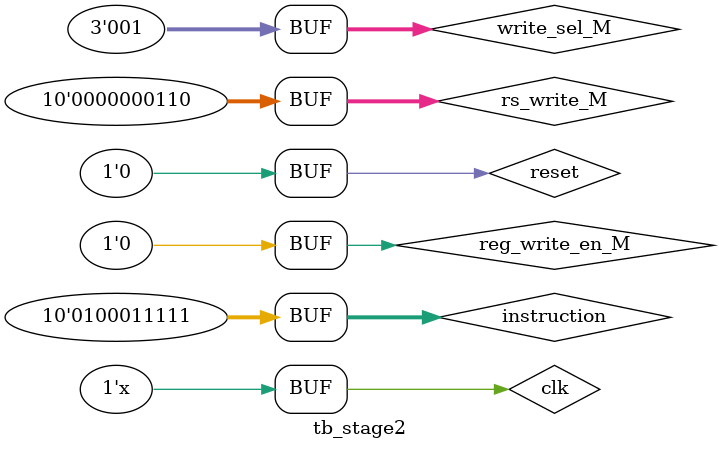
<source format=v>
module stage2 (
    output wire [9:0] rs_out, rt_out, signextendimm_out, la_out,
    //Control Unit Outputs 
     output wire [2:0] reg_writesel_out, rd_sel1_out, rd_sel2_out,
     output wire [4:0] half_word_out,
     output wire reg_write_en_out, RAM_writeEnable_out, imm_sel_out, MemtoReg_out, upper_hw_en_out, lower_hw_en_out,
     output wire j_cntrl_out, PC_en_out_stage, PC_en_out_reg, PC_hazard, E, F,
     output wire [1:0] ALU_sel_out,    
                            
     input wire [9:0] instruction, rs_write_M,
     input wire [9:0] ALU_EX, Mem_M,
     input wire [2:0] write_sel_M, write_sel_EX,
     input wire clk, reset, reg_write_en_M, MemtoReg_M, reg_write_en_EX, MemtoReg_EX, cache_Ready
);

     //Control Unit Outputs
     wire [2:0] reg_writesel_in, rd_sel1_in, rd_sel2_in;
     wire imm_sel_in, RAM_writeEnable_cntrl, upper_hw_en_in ,lower_hw_en_in, MemtoReg_cntrl, reg_write_en_cntrl;
     wire [1:0] jsel_cntrl, ALU_sel_in;
     wire [2:0] imm;
     wire [4:0] half_word_in;
     
     //register file outputs 
     wire [9:0] rs_read, rt_read;
     
     //sign extend module output
     wire [9:0] signextendimm;
     
     //Hazard Detection 
     wire reg_write_en_hz, RAM_writeEnable_out_hz, hazard, A, B, C, D;
     
     //Hazard Mux
     wire RAM_writeEnable_in, reg_write_en_in, MemtoReg_in;
     wire [1:0] jsel_hazard;
     
     //Pipeline Register 
     wire j_cntrl_ID;
     
     //Forward Mux 
     wire [9:0] RS_sub, RT_sub, RT_ALU_M, RS_ALU_M ; 

    //Control Unit
    controlunit ControlUnitModule(
    //Outputs 
    .reg_writesel(reg_writesel_in),
    .reg_read1sel(rd_sel1_in),
    .reg_read2sel(rd_sel2_in),
    .reg_write_en(reg_write_en_cntrl),
    .ALU_sel(ALU_sel_in),
    .immVal(imm),
    .imm_sel(imm_sel_in),
    .fetch_cntrl(jsel_cntrl),
    .PC_en(PC_en_out_stage),
    .RAM_writeEnable(RAM_writeEnable_cntrl),
    .half_word(half_word_in),
    .upper_hw_en(upper_hw_en_in),
    .lower_hw_en(lower_hw_en_in),
    .MemtoReg(MemtoReg_cntrl),
    
    //Input
    .instruction(instruction));
    
    
    //Hazard Detection
    Hazard_Detection HazardDetectionModule(
    //Outputs 
    .hazard(hazard),
    .PC_hazard(PC_hazard),
    .A(A), 
    .B(B),
    .C(C),
    .D(D),
    .E(E),
    .F(F),
    
    //Inputs
    .MemtoReg_ID(MemtoReg_out),
    .reg_write_en_M(reg_write_en_M),
    .MemtoReg_M(MemtoReg_M),
    .reg_write_en_EX(reg_write_en_EX),
    .rd_sel1_ID(rd_sel1_out),
    .rd_sel1_IF(rd_sel1_in),
    .rd_sel2_IF(rd_sel2_in),
    .reg_write_en_ID(reg_write_en_out),
    .branch_cntrl(jsel_cntrl),
    .MemtoReg_EX(MemtoReg_EX),
    .write_sel_EX(write_sel_EX),
    .write_sel_M(write_sel_M),
    .write_sel_ID(reg_writesel_out)
    );
    
    
    
    //Hazard Mux
    hazardmux Cntrl_HazardMUX(
    //Output
    .reg_write_en_out(reg_write_en_in),
    .RAM_writeEnable_out(RAM_writeEnable_in),
    .MemtoReg_out(MemtoReg_in),
    .jsel_out(jsel_hazard),
    
    //Inputs
    .reg_cntrl(reg_write_en_cntrl),
    .RAM_cntrl(RAM_writeEnable_cntrl),
    .jsel_cntrl(jsel_cntrl),
    .MemtoReg_cntrl(MemtoReg_cntrl),
    .sw(hazard));
  
  
  
    //Register File 
    register_file RF(
    //Outputs
    .rs_read(rs_read),
    .rt(rt_read),
    .la_out(la_out),
    //Inputs
    .clk(clk),
    .gb_en(reg_write_en_M),
    .rs_write(rs_write_M),
    .reset(reset),
    .write_sel(write_sel_M),
    .read1sel(rd_sel1_in),
    .read2sel(rd_sel2_in));  
    
    sign_extend signextendmodule(.signextendimm(signextendimm), .imm(imm)); 

    jCNTRL jump_cntrl_module(.fetchCNTRL(j_cntrl_out), .jsel(jsel_hazard), .rs(RS_sub), .rt(RT_sub));
    
    //Forwarding Signal B Mux
    mux2x1_10 SigB(.mout(RS_ALU_M), .A(Mem_M), .B(ALU_EX), .SW(B));
    //Forwarding Signal A Mux 
    mux2x1_10 SigA(.mout(RS_sub), .A(rs_read), .B(RS_ALU_M), .SW(A));
    
    //Forwarding Signal D Mux
    mux2x1_10 SigD(.mout(RT_ALU_M), .A(Mem_M), .B(ALU_EX), .SW(D));
    //Forwarding Signal C Mux 
    mux2x1_10 SigC(.mout(RT_sub), .A(rt_read), .B(RT_ALU_M), .SW(C));
    
    //Decode/Execute Register 
    decode_execute_reg ID_EX_reg(
    //outputs 
    .rs_out(rs_out),
    .rt_out(rt_out),
    .signextendimm_out(signextendimm_out),
    .reg_writesel_out(reg_writesel_out),
    .rd_sel1_out(rd_sel1_out),
    .rd_sel2_out(rd_sel2_out),
    .half_word_out(half_word_out),
    .reg_write_en_out(reg_write_en_out),
    .RAM_writeEnable_out(RAM_writeEnable_out),
    .imm_sel_out(imm_sel_out), 
    .MemtoReg_out(MemtoReg_out),
    .upper_hw_en_out(upper_hw_en_out),
    .lower_hw_en_out(lower_hw_en_out),
    .ALU_sel_out(ALU_sel_out),
    .jcntrl_out(j_cntrl_ID),
    .PC_en_out(PC_en_out_reg),
    
    //Inputs  
    .clk(clk),
    .reset(reset),
    .jcntrl_in(j_cntrl_out),
    .PC_en_in(PC_en_out_stage),
    .cache_Ready(cache_Ready),
    .rs_in(rs_read),
    .rt_in(rt_read),
    .signextendimm_in(signextendimm),
    .reg_writesel_in(reg_writesel_in),
    .rd_sel1_in(rd_sel1_in),
    .rd_sel2_in(rd_sel2_in),
    .half_word_in(half_word_in),
    .reg_write_en_in(reg_write_en_in),
    .RAM_writeEnable_in(RAM_writeEnable_in),
    .imm_sel_in(imm_sel_in),
    .MemtoReg_in(MemtoReg_in),
    .upper_hw_en_in(upper_hw_en_in),
    .lower_hw_en_in(lower_hw_en_in),
    .ALU_sel_in(ALU_sel_in)); 
    
endmodule 

module tb_stage2 ();
     wire [9:0] rs_out, rt_out, signextendimm_out, la_out;
    //Control Unit Outputs 
      wire [2:0] reg_writesel_out, rd_sel1_out, rd_sel2_out;
      wire [4:0] half_word_out;
      wire reg_write_en_out, RAM_writeEnable_out, imm_sel_out, MemtoReg_out, upper_hw_en_out, lower_hw_en_out;
      wire j_cntrl_out, PC_en_out;
      wire [1:0] ALU_sel_out;                              
      reg [9:0] instruction, rs_write_M;
      reg [2:0] write_sel_M;
      reg clk, reset, reg_write_en_M;
      
      stage2 SUT(
    //Outputs
    //10 Bits
    .rs_out(rs_out),
    .rt_out(rt_out),
    .signextendimm_out(signextendimm_out),
    .la_out(la_out),
    
    //3 Bits 
    .reg_writesel_out(reg_writesel_out),
    .rd_sel1_out(rd_sel1_out),
    .rd_sel2_out(rd_sel2_out),
    //5 Bits
    .half_word_out(half_word_out),
    
    //Control Signals
    .reg_write_en_out(reg_write_en_out),
    .RAM_writeEnable_out(RAM_writeEnable_out),
    .imm_sel_out(imm_sel_out),
    .MemtoReg_out(MemtoReg_out),
    .upper_hw_en_out(upper_hw_en_out),
    .lower_hw_en_out(lower_hw_en_out),
    .j_cntrl_out(j_cntrl_out),
    .PC_en_out(PC_en_out),
    .ALU_sel_out(ALU_sel_out), 
    
    //Inputs
    .instruction(instruction),
    .rs_write_M(rs_write_M),
    .write_sel_M(write_sel_M),
    .clk(clk),
    .reset(reset),
    .reg_write_en_M(reg_write_en_M));
      
      parameter PERIOD = 10; 
      initial clk = 1'b0;
      always #(PERIOD/2) clk = ~clk;
      
      initial begin 
      reset = 1'b1; #PERIOD;
      reset = 1'b0; 
      instruction = 10'b0011000010;                                         //lw $t1, $s0
      rs_write_M = 10'b110; write_sel_M = 3'b001; reg_write_en_M = 1'b1;    //write to s1  
                                                                            #PERIOD;
      instruction = 10'b0011000101;                                         //sw $t1, $s1 - should create memory hazard 
      rs_write_M = 10'b110; write_sel_M = 3'b001; reg_write_en_M = 1'b0;    //Do not write 
                                                                            #PERIOD;
      instruction = 10'b0100011111; //bne $s1, $zero                        //should create jump hazard 
      rs_write_M = 10'b110; write_sel_M = 3'b001; reg_write_en_M = 1'b0;    //Do not write 
                                                            
      
      end
endmodule 
</source>
